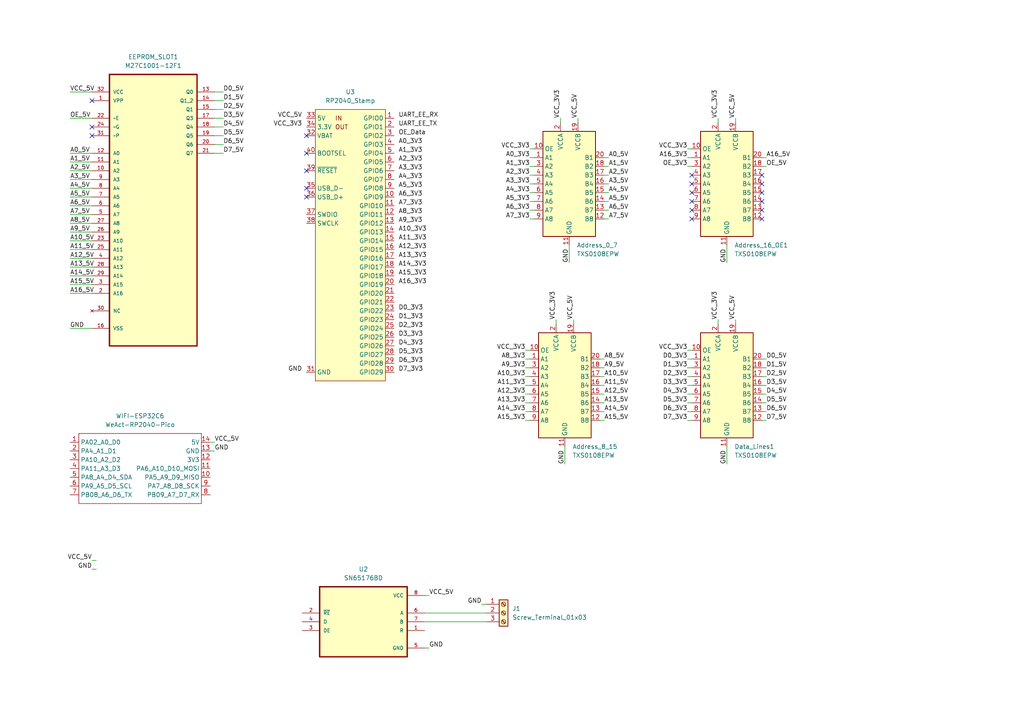
<source format=kicad_sch>
(kicad_sch (version 20231120) (generator "eeschema") (generator_version "8.0")
  (paper "A4")
  (lib_symbols
    (symbol "Connector:Screw_Terminal_01x03" (pin_names (offset 1.016) hide)
      (property "Reference" "J" (at 0 5.08 0))
      (property "Value" "Screw_Terminal_01x03" (at 0 -5.08 0))
      (symbol "Screw_Terminal_01x03_1_1"
        (rectangle (start -1.27 3.81) (end 1.27 -3.81) (stroke (width 0.254)) (fill (type background)))
        (circle (center 0 -2.54) (radius 0.635) (stroke (width 0.1524)))
        (polyline (pts (xy -0.5334 -2.2098) (xy 0.3302 -3.048)) (stroke (width 0.1524)))
        (polyline (pts (xy -0.5334 0.3302) (xy 0.3302 -0.508)) (stroke (width 0.1524)))
        (polyline (pts (xy -0.5334 2.8702) (xy 0.3302 2.032)) (stroke (width 0.1524)))
        (polyline (pts (xy -0.3556 -2.032) (xy 0.508 -2.8702)) (stroke (width 0.1524)))
        (polyline (pts (xy -0.3556 0.508) (xy 0.508 -0.3302)) (stroke (width 0.1524)))
        (polyline (pts (xy -0.3556 3.048) (xy 0.508 2.2098)) (stroke (width 0.1524)))
        (circle (center 0 0) (radius 0.635) (stroke (width 0.1524)))
        (circle (center 0 2.54) (radius 0.635) (stroke (width 0.1524)))
        (pin passive line (at -5.08 2.54 0) (length 3.81) (name "Pin_1") (number "1"))
        (pin passive line (at -5.08 0 0) (length 3.81) (name "Pin_2") (number "2"))
        (pin passive line (at -5.08 -2.54 0) (length 3.81) (name "Pin_3") (number "3"))
      )
    )
    (symbol "Logic_LevelTranslator:TXS0108EPW"
      (property "Reference" "U" (at -6.35 16.51 0))
      (property "Value" "TXS0108EPW" (at 3.81 16.51 0))
      (symbol "TXS0108EPW_0_1"
        (rectangle (start -7.62 15.24) (end 7.62 -15.24) (stroke (width 0.254)) (fill (type background)))
      )
      (symbol "TXS0108EPW_1_1"
        (pin bidirectional line (at -10.16 7.62 0) (length 2.54) (name "A1") (number "1"))
        (pin input line (at -10.16 10.16 0) (length 2.54) (name "OE") (number "10"))
        (pin power_in line (at 0 -17.78 90) (length 2.54) (name "GND") (number "11"))
        (pin bidirectional line (at 10.16 -10.16 180) (length 2.54) (name "B8") (number "12"))
        (pin bidirectional line (at 10.16 -7.62 180) (length 2.54) (name "B7") (number "13"))
        (pin bidirectional line (at 10.16 -5.08 180) (length 2.54) (name "B6") (number "14"))
        (pin bidirectional line (at 10.16 -2.54 180) (length 2.54) (name "B5") (number "15"))
        (pin bidirectional line (at 10.16 0 180) (length 2.54) (name "B4") (number "16"))
        (pin bidirectional line (at 10.16 2.54 180) (length 2.54) (name "B3") (number "17"))
        (pin bidirectional line (at 10.16 5.08 180) (length 2.54) (name "B2") (number "18"))
        (pin power_in line (at 2.54 17.78 270) (length 2.54) (name "VCCB") (number "19"))
        (pin power_in line (at -2.54 17.78 270) (length 2.54) (name "VCCA") (number "2"))
        (pin bidirectional line (at 10.16 7.62 180) (length 2.54) (name "B1") (number "20"))
        (pin bidirectional line (at -10.16 5.08 0) (length 2.54) (name "A2") (number "3"))
        (pin bidirectional line (at -10.16 2.54 0) (length 2.54) (name "A3") (number "4"))
        (pin bidirectional line (at -10.16 0 0) (length 2.54) (name "A4") (number "5"))
        (pin bidirectional line (at -10.16 -2.54 0) (length 2.54) (name "A5") (number "6"))
        (pin bidirectional line (at -10.16 -5.08 0) (length 2.54) (name "A6") (number "7"))
        (pin bidirectional line (at -10.16 -7.62 0) (length 2.54) (name "A7") (number "8"))
        (pin bidirectional line (at -10.16 -10.16 0) (length 2.54) (name "A8") (number "9"))
      )
    )
    (symbol "M27C1001-12F1:M27C1001-12F1" (pin_names (offset 1.016))
      (property "Reference" "U" (at -5.5212 37.0964 0))
      (property "Value" "M27C1001-12F1" (at -4.3731 -46.6297 0))
      (symbol "M27C1001-12F1_0_0"
        (rectangle (start -12.7 -43.18) (end 12.7 35.56) (stroke (width 0.4064)) (fill (type background)))
        (pin power_in line (at -17.78 27.94 0) (length 5.08) (name "VPP") (number "1"))
        (pin input line (at -17.78 7.62 0) (length 5.08) (name "A2") (number "10"))
        (pin input line (at -17.78 10.16 0) (length 5.08) (name "A1") (number "11"))
        (pin input line (at -17.78 12.7 0) (length 5.08) (name "A0") (number "12"))
        (pin output line (at 17.78 30.48 180) (length 5.08) (name "Q0") (number "13"))
        (pin output line (at 17.78 27.94 180) (length 5.08) (name "Q1_2") (number "14"))
        (pin output line (at 17.78 25.4 180) (length 5.08) (name "Q1") (number "15"))
        (pin power_in line (at -17.78 -38.1 0) (length 5.08) (name "VSS") (number "16"))
        (pin output line (at 17.78 22.86 180) (length 5.08) (name "Q3") (number "17"))
        (pin output line (at 17.78 20.32 180) (length 5.08) (name "Q4") (number "18"))
        (pin output line (at 17.78 17.78 180) (length 5.08) (name "Q5") (number "19"))
        (pin input line (at -17.78 -27.94 0) (length 5.08) (name "A16") (number "2"))
        (pin output line (at 17.78 15.24 180) (length 5.08) (name "Q6") (number "20"))
        (pin output line (at 17.78 12.7 180) (length 5.08) (name "Q7") (number "21"))
        (pin input line (at -17.78 22.86 0) (length 5.08) (name "~E") (number "22"))
        (pin input line (at -17.78 -12.7 0) (length 5.08) (name "A10") (number "23"))
        (pin input line (at -17.78 20.32 0) (length 5.08) (name "~G") (number "24"))
        (pin input line (at -17.78 -15.24 0) (length 5.08) (name "A11") (number "25"))
        (pin input line (at -17.78 -10.16 0) (length 5.08) (name "A9") (number "26"))
        (pin input line (at -17.78 -7.62 0) (length 5.08) (name "A8") (number "27"))
        (pin input line (at -17.78 -20.32 0) (length 5.08) (name "A13") (number "28"))
        (pin input line (at -17.78 -22.86 0) (length 5.08) (name "A14") (number "29"))
        (pin input line (at -17.78 -25.4 0) (length 5.08) (name "A15") (number "3"))
        (pin no_connect line (at -17.78 -33.02 0) (length 5.08) (name "NC") (number "30"))
        (pin input line (at -17.78 17.78 0) (length 5.08) (name "~P") (number "31"))
        (pin power_in line (at -17.78 30.48 0) (length 5.08) (name "VCC") (number "32"))
        (pin input line (at -17.78 -17.78 0) (length 5.08) (name "A12") (number "4"))
        (pin input line (at -17.78 -5.08 0) (length 5.08) (name "A7") (number "5"))
        (pin input line (at -17.78 -2.54 0) (length 5.08) (name "A6") (number "6"))
        (pin input line (at -17.78 0 0) (length 5.08) (name "A5") (number "7"))
        (pin input line (at -17.78 2.54 0) (length 5.08) (name "A4") (number "8"))
        (pin input line (at -17.78 5.08 0) (length 5.08) (name "A3") (number "9"))
      )
    )
    (symbol "MOUDLE-SEEEDUINO-XIAO:MOUDLE-SEEEDUINO-XIAO"
      (property "Reference" "U" (at -16.51 11.43 0))
      (property "Value" "MOUDLE-SEEEDUINO-XIAO" (at -3.81 -11.43 0))
      (symbol "MOUDLE-SEEEDUINO-XIAO_0_1"
        (rectangle (start -16.51 10.16) (end 19.05 -10.16))
      )
      (symbol "MOUDLE-SEEEDUINO-XIAO_1_1"
        (pin passive line (at -19.05 7.62 0) (length 2.54) (name "PA02_A0_D0") (number "1"))
        (pin passive line (at 21.59 -2.54 180) (length 2.54) (name "PA5_A9_D9_MISO") (number "10"))
        (pin passive line (at 21.59 0 180) (length 2.54) (name "PA6_A10_D10_MOSI") (number "11"))
        (pin passive line (at 21.59 2.54 180) (length 2.54) (name "3V3") (number "12"))
        (pin passive line (at 21.59 5.08 180) (length 2.54) (name "GND") (number "13"))
        (pin passive line (at 21.59 7.62 180) (length 2.54) (name "5V") (number "14"))
        (pin passive line (at -19.05 5.08 0) (length 2.54) (name "PA4_A1_D1") (number "2"))
        (pin passive line (at -19.05 2.54 0) (length 2.54) (name "PA10_A2_D2") (number "3"))
        (pin passive line (at -19.05 0 0) (length 2.54) (name "PA11_A3_D3") (number "4"))
        (pin passive line (at -19.05 -2.54 0) (length 2.54) (name "PA8_A4_D4_SDA") (number "5"))
        (pin passive line (at -19.05 -5.08 0) (length 2.54) (name "PA9_A5_D5_SCL") (number "6"))
        (pin passive line (at -19.05 -7.62 0) (length 2.54) (name "PB08_A6_D6_TX") (number "7"))
        (pin passive line (at 21.59 -7.62 180) (length 2.54) (name "PB09_A7_D7_RX") (number "8"))
        (pin passive line (at 21.59 -5.08 180) (length 2.54) (name "PA7_A8_D8_SCK") (number "9"))
      )
    )
    (symbol "RP2040_Stamp:RP2040_Stamp"
      (property "Reference" "U" (at 10.16 43.18 0))
      (property "Value" "RP2040_Stamp" (at 0 -38.1 0))
      (symbol "RP2040_Stamp_0_0"
        (text "IN" (at -4.445 39.37 0) (effects (font (size 1.27 1.27)) (justify left)))
        (text "OUT" (at -4.445 36.83 0) (effects (font (size 1.27 1.27)) (justify left)))
        (pin bidirectional line (at 12.7 39.37 180) (length 2.54) (name "GPIO0") (number "1"))
        (pin bidirectional line (at 12.7 16.51 180) (length 2.54) (name "GPIO9") (number "10"))
        (pin bidirectional line (at 12.7 13.97 180) (length 2.54) (name "GPIO10") (number "11"))
        (pin bidirectional line (at 12.7 11.43 180) (length 2.54) (name "GPIO11") (number "12"))
        (pin bidirectional line (at 12.7 8.89 180) (length 2.54) (name "GPIO12") (number "13"))
        (pin bidirectional line (at 12.7 6.35 180) (length 2.54) (name "GPIO13") (number "14"))
        (pin bidirectional line (at 12.7 3.81 180) (length 2.54) (name "GPIO14") (number "15"))
        (pin bidirectional line (at 12.7 1.27 180) (length 2.54) (name "GPIO15") (number "16"))
        (pin bidirectional line (at 12.7 -1.27 180) (length 2.54) (name "GPIO16") (number "17"))
        (pin bidirectional line (at 12.7 -3.81 180) (length 2.54) (name "GPIO17") (number "18"))
        (pin bidirectional line (at 12.7 -6.35 180) (length 2.54) (name "GPIO18") (number "19"))
        (pin bidirectional line (at 12.7 36.83 180) (length 2.54) (name "GPIO1") (number "2"))
        (pin bidirectional line (at 12.7 -8.89 180) (length 2.54) (name "GPIO19") (number "20"))
        (pin bidirectional line (at 12.7 -11.43 180) (length 2.54) (name "GPIO20") (number "21"))
        (pin bidirectional line (at 12.7 -13.97 180) (length 2.54) (name "GPIO21") (number "22"))
        (pin bidirectional line (at 12.7 -16.51 180) (length 2.54) (name "GPIO22") (number "23"))
        (pin bidirectional line (at 12.7 -19.05 180) (length 2.54) (name "GPIO23") (number "24"))
        (pin bidirectional line (at 12.7 -21.59 180) (length 2.54) (name "GPIO24") (number "25"))
        (pin bidirectional line (at 12.7 -24.13 180) (length 2.54) (name "GPIO25") (number "26"))
        (pin bidirectional line (at 12.7 -26.67 180) (length 2.54) (name "GPIO26") (number "27"))
        (pin bidirectional line (at 12.7 -29.21 180) (length 2.54) (name "GPIO27") (number "28"))
        (pin bidirectional line (at 12.7 -31.75 180) (length 2.54) (name "GPIO28") (number "29"))
        (pin bidirectional line (at 12.7 34.29 180) (length 2.54) (name "GPIO2") (number "3"))
        (pin bidirectional line (at 12.7 -34.29 180) (length 2.54) (name "GPIO29") (number "30"))
        (pin power_in line (at -12.7 -34.29 0) (length 2.54) (name "GND") (number "31"))
        (pin power_in line (at -12.7 34.29 0) (length 2.54) (name "VBAT") (number "32"))
        (pin power_in line (at -12.7 39.37 0) (length 2.54) (name "5V") (number "33"))
        (pin power_out line (at -12.7 36.83 0) (length 2.54) (name "3.3V") (number "34"))
        (pin bidirectional line (at -12.7 19.05 0) (length 2.54) (name "USB_D-") (number "35"))
        (pin bidirectional line (at -12.7 16.51 0) (length 2.54) (name "USB_D+") (number "36"))
        (pin bidirectional line (at -12.7 11.43 0) (length 2.54) (name "SWDIO") (number "37"))
        (pin input line (at -12.7 8.89 0) (length 2.54) (name "SWCLK") (number "38"))
        (pin bidirectional line (at -12.7 24.13 0) (length 2.54) (name "~{RESET}") (number "39"))
        (pin bidirectional line (at 12.7 31.75 180) (length 2.54) (name "GPIO3") (number "4"))
        (pin input line (at -12.7 29.21 0) (length 2.54) (name "BOOTSEL") (number "40"))
        (pin bidirectional line (at 12.7 29.21 180) (length 2.54) (name "GPIO4") (number "5"))
        (pin bidirectional line (at 12.7 26.67 180) (length 2.54) (name "GPIO5") (number "6"))
        (pin bidirectional line (at 12.7 24.13 180) (length 2.54) (name "GPIO6") (number "7"))
        (pin bidirectional line (at 12.7 21.59 180) (length 2.54) (name "GPIO7") (number "8"))
        (pin bidirectional line (at 12.7 19.05 180) (length 2.54) (name "GPIO8") (number "9"))
      )
      (symbol "RP2040_Stamp_0_1"
        (rectangle (start -10.16 41.91) (end 10.16 -36.83) (stroke (width 0.1524)) (fill (type background)))
      )
    )
    (symbol "SN65176BD:SN65176BD" (pin_names (offset 1.016))
      (property "Reference" "U" (at -12.7 11.16 0))
      (property "Value" "SN65176BD" (at -12.7 -14.16 0))
      (symbol "SN65176BD_0_0"
        (rectangle (start -12.7 -10.16) (end 12.7 10.16) (stroke (width 0.41)) (fill (type background)))
        (pin output line (at 17.78 -2.54 180) (length 5.08) (name "R") (number "1"))
        (pin input line (at -17.78 2.54 0) (length 5.08) (name "~{RE}") (number "2"))
        (pin input line (at -17.78 -2.54 0) (length 5.08) (name "DE") (number "3"))
        (pin input line (at -17.78 0 0) (length 5.08) (name "D") (number "4"))
        (pin power_in line (at 17.78 -7.62 180) (length 5.08) (name "GND") (number "5"))
        (pin output line (at 17.78 2.54 180) (length 5.08) (name "A") (number "6"))
        (pin output line (at 17.78 0 180) (length 5.08) (name "B") (number "7"))
        (pin power_in line (at 17.78 7.62 180) (length 5.08) (name "VCC") (number "8"))
      )
    )
  )
  (no_connect (at 88.9 49.53))
  (no_connect (at 26.67 29.21))
  (no_connect (at 200.66 63.5))
  (no_connect (at 220.98 60.96))
  (no_connect (at 220.98 63.5))
  (no_connect (at 220.98 55.88))
  (no_connect (at 220.98 58.42))
  (no_connect (at 88.9 44.45))
  (no_connect (at 88.9 54.61))
  (no_connect (at 26.67 39.37))
  (no_connect (at 200.66 58.42))
  (no_connect (at 200.66 55.88))
  (no_connect (at 220.98 53.34))
  (no_connect (at 220.98 50.8))
  (no_connect (at 88.9 57.15))
  (no_connect (at 26.67 36.83))
  (no_connect (at 200.66 50.8))
  (no_connect (at 88.9 39.37))
  (no_connect (at 200.66 53.34))
  (no_connect (at 200.66 60.96))
  (wire (pts (xy 152.4 111.76) (xy 153.67 111.76)))
  (wire (pts (xy 20.32 26.67) (xy 26.67 26.67)))
  (wire (pts (xy 199.39 101.6) (xy 200.66 101.6)))
  (wire (pts (xy 20.32 34.29) (xy 26.67 34.29)))
  (wire (pts (xy 152.4 116.84) (xy 153.67 116.84)))
  (wire (pts (xy 152.4 114.3) (xy 153.67 114.3)))
  (wire (pts (xy 213.36 34.29) (xy 213.36 35.56)))
  (wire (pts (xy 153.67 55.88) (xy 154.94 55.88)))
  (wire (pts (xy 20.32 82.55) (xy 26.67 82.55)))
  (wire (pts (xy 123.19 172.72) (xy 124.46 172.72)))
  (wire (pts (xy 199.39 106.68) (xy 200.66 106.68)))
  (wire (pts (xy 20.32 95.25) (xy 26.67 95.25)))
  (wire (pts (xy 20.32 85.09) (xy 26.67 85.09)))
  (wire (pts (xy 220.98 109.22) (xy 222.25 109.22)))
  (wire (pts (xy 20.32 57.15) (xy 26.67 57.15)))
  (wire (pts (xy 175.26 55.88) (xy 176.53 55.88)))
  (wire (pts (xy 167.64 34.29) (xy 167.64 35.56)))
  (wire (pts (xy 139.7 175.26) (xy 140.97 175.26)))
  (wire (pts (xy 152.4 104.14) (xy 153.67 104.14)))
  (wire (pts (xy 220.98 106.68) (xy 222.25 106.68)))
  (wire (pts (xy 163.83 129.54) (xy 163.83 134.62)))
  (wire (pts (xy 175.26 53.34) (xy 176.53 53.34)))
  (wire (pts (xy 60.96 128.27) (xy 62.23 128.27)))
  (wire (pts (xy 62.23 39.37) (xy 64.77 39.37)))
  (wire (pts (xy 173.99 106.68) (xy 175.26 106.68)))
  (wire (pts (xy 123.19 180.34) (xy 140.97 180.34)))
  (wire (pts (xy 153.67 60.96) (xy 154.94 60.96)))
  (wire (pts (xy 173.99 109.22) (xy 175.26 109.22)))
  (wire (pts (xy 26.67 165.1) (xy 27.94 165.1)))
  (wire (pts (xy 210.82 129.54) (xy 210.82 134.62)))
  (wire (pts (xy 20.32 59.69) (xy 26.67 59.69)))
  (wire (pts (xy 152.4 106.68) (xy 153.67 106.68)))
  (wire (pts (xy 220.98 119.38) (xy 222.25 119.38)))
  (wire (pts (xy 20.32 69.85) (xy 26.67 69.85)))
  (wire (pts (xy 20.32 80.01) (xy 26.67 80.01)))
  (wire (pts (xy 166.37 92.71) (xy 166.37 93.98)))
  (wire (pts (xy 20.32 74.93) (xy 26.67 74.93)))
  (wire (pts (xy 152.4 121.92) (xy 153.67 121.92)))
  (wire (pts (xy 20.32 49.53) (xy 26.67 49.53)))
  (wire (pts (xy 162.56 34.29) (xy 162.56 35.56)))
  (wire (pts (xy 173.99 116.84) (xy 175.26 116.84)))
  (wire (pts (xy 175.26 50.8) (xy 176.53 50.8)))
  (wire (pts (xy 220.98 45.72) (xy 222.25 45.72)))
  (wire (pts (xy 220.98 48.26) (xy 222.25 48.26)))
  (wire (pts (xy 152.4 101.6) (xy 153.67 101.6)))
  (wire (pts (xy 20.32 64.77) (xy 26.67 64.77)))
  (wire (pts (xy 175.26 48.26) (xy 176.53 48.26)))
  (wire (pts (xy 20.32 44.45) (xy 26.67 44.45)))
  (wire (pts (xy 175.26 58.42) (xy 176.53 58.42)))
  (wire (pts (xy 153.67 45.72) (xy 154.94 45.72)))
  (wire (pts (xy 161.29 92.71) (xy 161.29 93.98)))
  (wire (pts (xy 199.39 109.22) (xy 200.66 109.22)))
  (wire (pts (xy 26.67 162.56) (xy 27.94 162.56)))
  (wire (pts (xy 153.67 58.42) (xy 154.94 58.42)))
  (wire (pts (xy 199.39 48.26) (xy 200.66 48.26)))
  (wire (pts (xy 220.98 121.92) (xy 222.25 121.92)))
  (wire (pts (xy 175.26 45.72) (xy 176.53 45.72)))
  (wire (pts (xy 175.26 63.5) (xy 176.53 63.5)))
  (wire (pts (xy 62.23 31.75) (xy 64.77 31.75)))
  (wire (pts (xy 152.4 119.38) (xy 153.67 119.38)))
  (wire (pts (xy 62.23 44.45) (xy 64.77 44.45)))
  (wire (pts (xy 199.39 104.14) (xy 200.66 104.14)))
  (wire (pts (xy 213.36 92.71) (xy 213.36 93.98)))
  (wire (pts (xy 173.99 121.92) (xy 175.26 121.92)))
  (wire (pts (xy 152.4 109.22) (xy 153.67 109.22)))
  (wire (pts (xy 62.23 29.21) (xy 64.77 29.21)))
  (wire (pts (xy 153.67 53.34) (xy 154.94 53.34)))
  (wire (pts (xy 62.23 34.29) (xy 64.77 34.29)))
  (wire (pts (xy 20.32 77.47) (xy 26.67 77.47)))
  (wire (pts (xy 199.39 43.18) (xy 200.66 43.18)))
  (wire (pts (xy 175.26 60.96) (xy 176.53 60.96)))
  (wire (pts (xy 62.23 26.67) (xy 64.77 26.67)))
  (wire (pts (xy 153.67 50.8) (xy 154.94 50.8)))
  (wire (pts (xy 123.19 177.8) (xy 140.97 177.8)))
  (wire (pts (xy 208.28 92.71) (xy 208.28 93.98)))
  (wire (pts (xy 199.39 116.84) (xy 200.66 116.84)))
  (wire (pts (xy 199.39 119.38) (xy 200.66 119.38)))
  (wire (pts (xy 60.96 130.81) (xy 62.23 130.81)))
  (wire (pts (xy 173.99 111.76) (xy 175.26 111.76)))
  (wire (pts (xy 173.99 104.14) (xy 175.26 104.14)))
  (wire (pts (xy 220.98 114.3) (xy 222.25 114.3)))
  (wire (pts (xy 20.32 52.07) (xy 26.67 52.07)))
  (wire (pts (xy 62.23 41.91) (xy 64.77 41.91)))
  (wire (pts (xy 173.99 119.38) (xy 175.26 119.38)))
  (wire (pts (xy 153.67 43.18) (xy 154.94 43.18)))
  (wire (pts (xy 153.67 63.5) (xy 154.94 63.5)))
  (wire (pts (xy 220.98 111.76) (xy 222.25 111.76)))
  (wire (pts (xy 199.39 111.76) (xy 200.66 111.76)))
  (wire (pts (xy 62.23 36.83) (xy 64.77 36.83)))
  (wire (pts (xy 20.32 62.23) (xy 26.67 62.23)))
  (wire (pts (xy 208.28 34.29) (xy 208.28 35.56)))
  (wire (pts (xy 123.19 187.96) (xy 124.46 187.96)))
  (wire (pts (xy 20.32 46.99) (xy 26.67 46.99)))
  (wire (pts (xy 20.32 54.61) (xy 26.67 54.61)))
  (wire (pts (xy 199.39 114.3) (xy 200.66 114.3)))
  (wire (pts (xy 173.99 114.3) (xy 175.26 114.3)))
  (wire (pts (xy 199.39 45.72) (xy 200.66 45.72)))
  (wire (pts (xy 20.32 72.39) (xy 26.67 72.39)))
  (wire (pts (xy 210.82 71.12) (xy 210.82 76.2)))
  (wire (pts (xy 165.1 71.12) (xy 165.1 76.2)))
  (wire (pts (xy 220.98 116.84) (xy 222.25 116.84)))
  (wire (pts (xy 220.98 104.14) (xy 222.25 104.14)))
  (wire (pts (xy 20.32 67.31) (xy 26.67 67.31)))
  (wire (pts (xy 199.39 121.92) (xy 200.66 121.92)))
  (wire (pts (xy 153.67 48.26) (xy 154.94 48.26)))
  (label "A13_5V" (at 20.32 77.47 0))
  (label "D1_3V3" (at 199.39 106.68 180))
  (label "A3_3V3" (at 153.67 53.34 180))
  (label "A16_5V" (at 20.32 85.09 0))
  (label "D7_5V" (at 64.77 44.45 0))
  (label "D4_5V" (at 222.25 114.3 0))
  (label "D7_3V3" (at 199.39 121.92 180))
  (label "A10_5V" (at 20.32 69.85 0))
  (label "D3_5V" (at 222.25 111.76 0))
  (label "VCC_5V" (at 167.64 34.29 90))
  (label "A16_3V3" (at 115.57 82.55 0))
  (label "GND" (at 165.1 76.2 90))
  (label "OE_3V3" (at 199.39 48.26 180))
  (label "VCC_5V" (at 213.36 34.29 90))
  (label "A15_3V3" (at 152.4 121.92 180))
  (label "OE_5V" (at 20.32 34.29 0))
  (label "A14_3V3" (at 152.4 119.38 180))
  (label "D6_5V" (at 64.77 41.91 0))
  (label "A0_3V3" (at 115.57 41.91 0))
  (label "GND" (at 26.67 165.1 180))
  (label "A11_3V3" (at 115.57 69.85 0))
  (label "A1_5V" (at 20.32 46.99 0))
  (label "A11_5V" (at 20.32 72.39 0))
  (label "D5_3V3" (at 199.39 116.84 180))
  (label "OE_5V" (at 222.25 48.26 0))
  (label "A8_3V3" (at 152.4 104.14 180))
  (label "A9_5V" (at 175.26 106.68 0))
  (label "A4_3V3" (at 153.67 55.88 180))
  (label "D3_3V3" (at 115.57 97.79 0))
  (label "A4_3V3" (at 115.57 52.07 0))
  (label "A10_5V" (at 175.26 109.22 0))
  (label "VCC_5V" (at 26.67 162.56 180))
  (label "D6_3V3" (at 115.57 105.41 0))
  (label "D4_5V" (at 64.77 36.83 0))
  (label "D5_5V" (at 222.25 116.84 0))
  (label "A1_5V" (at 176.53 48.26 0))
  (label "A13_3V3" (at 115.57 74.93 0))
  (label "A12_5V" (at 20.32 74.93 0))
  (label "A0_3V3" (at 153.67 45.72 180))
  (label "A2_5V" (at 20.32 49.53 0))
  (label "D1_3V3" (at 115.57 92.71 0))
  (label "D0_3V3" (at 199.39 104.14 180))
  (label "VCC_3V3" (at 208.28 92.71 90))
  (label "A10_3V3" (at 115.57 67.31 0))
  (label "A15_3V3" (at 115.57 80.01 0))
  (label "VCC_5V" (at 87.63 34.29 180))
  (label "VCC_3V3" (at 161.29 92.71 90))
  (label "A6_3V3" (at 115.57 57.15 0))
  (label "GND" (at 20.32 95.25 0))
  (label "GND" (at 62.23 130.81 0))
  (label "A14_5V" (at 175.26 119.38 0))
  (label "A8_5V" (at 175.26 104.14 0))
  (label "D3_5V" (at 64.77 34.29 0))
  (label "A12_3V3" (at 152.4 114.3 180))
  (label "A7_5V" (at 176.53 63.5 0))
  (label "A11_5V" (at 175.26 111.76 0))
  (label "A4_5V" (at 176.53 55.88 0))
  (label "A9_5V" (at 20.32 67.31 0))
  (label "VCC_3V3" (at 152.4 101.6 180))
  (label "D2_3V3" (at 115.57 95.25 0))
  (label "D5_3V3" (at 115.57 102.87 0))
  (label "D2_3V3" (at 199.39 109.22 180))
  (label "A5_3V3" (at 153.67 58.42 180))
  (label "VCC_5V" (at 20.32 26.67 0))
  (label "A16_5V" (at 222.25 45.72 0))
  (label "GND" (at 210.82 76.2 90))
  (label "A3_3V3" (at 115.57 49.53 0))
  (label "A0_5V" (at 176.53 45.72 0))
  (label "D1_5V" (at 222.25 106.68 0))
  (label "A7_3V3" (at 115.57 59.69 0))
  (label "VCC_5V" (at 213.36 92.71 90))
  (label "A1_3V3" (at 115.57 44.45 0))
  (label "A15_5V" (at 20.32 82.55 0))
  (label "UART_EE_TX" (at 115.57 36.83 0))
  (label "UART_EE_RX" (at 115.57 34.29 0))
  (label "GND" (at 163.83 134.62 90))
  (label "A2_3V3" (at 153.67 50.8 180))
  (label "GND" (at 139.7 175.26 180))
  (label "D4_3V3" (at 115.57 100.33 0))
  (label "D6_5V" (at 222.25 119.38 0))
  (label "A1_3V3" (at 153.67 48.26 180))
  (label "D0_5V" (at 222.25 104.14 0))
  (label "D7_5V" (at 222.25 121.92 0))
  (label "D2_5V" (at 222.25 109.22 0))
  (label "D5_5V" (at 64.77 39.37 0))
  (label "GND" (at 210.82 134.62 90))
  (label "A0_5V" (at 20.32 44.45 0))
  (label "A2_3V3" (at 115.57 46.99 0))
  (label "OE_Data" (at 115.57 39.37 0))
  (label "D0_3V3" (at 115.57 90.17 0))
  (label "VCC_3V3" (at 162.56 34.29 90))
  (label "A15_5V" (at 175.26 121.92 0))
  (label "VCC_3V3" (at 208.28 34.29 90))
  (label "A13_5V" (at 175.26 116.84 0))
  (label "A12_5V" (at 175.26 114.3 0))
  (label "A6_5V" (at 176.53 60.96 0))
  (label "A11_3V3" (at 152.4 111.76 180))
  (label "A14_5V" (at 20.32 80.01 0))
  (label "D4_3V3" (at 199.39 114.3 180))
  (label "VCC_3V3" (at 87.63 36.83 180))
  (label "A14_3V3" (at 115.57 77.47 0))
  (label "VCC_5V" (at 62.23 128.27 0))
  (label "VCC_5V" (at 166.37 92.71 90))
  (label "GND" (at 124.46 187.96 0))
  (label "GND" (at 87.63 107.95 180))
  (label "D6_3V3" (at 199.39 119.38 180))
  (label "D3_3V3" (at 199.39 111.76 180))
  (label "D0_5V" (at 64.77 26.67 0))
  (label "A5_5V" (at 176.53 58.42 0))
  (label "A6_5V" (at 20.32 59.69 0))
  (label "A7_3V3" (at 153.67 63.5 180))
  (label "A9_3V3" (at 152.4 106.68 180))
  (label "A12_3V3" (at 115.57 72.39 0))
  (label "A6_3V3" (at 153.67 60.96 180))
  (label "A9_3V3" (at 115.57 64.77 0))
  (label "A10_3V3" (at 152.4 109.22 180))
  (label "A5_3V3" (at 115.57 54.61 0))
  (label "A16_3V3" (at 199.39 45.72 180))
  (label "A4_5V" (at 20.32 54.61 0))
  (label "A13_3V3" (at 152.4 116.84 180))
  (label "A8_5V" (at 20.32 64.77 0))
  (label "VCC_3V3" (at 153.67 43.18 180))
  (label "A2_5V" (at 176.53 50.8 0))
  (label "D7_3V3" (at 115.57 107.95 0))
  (label "VCC_5V" (at 124.46 172.72 0))
  (label "A3_5V" (at 20.32 52.07 0))
  (label "A3_5V" (at 176.53 53.34 0))
  (label "A8_3V3" (at 115.57 62.23 0))
  (label "VCC_3V3" (at 199.39 101.6 180))
  (label "A5_5V" (at 20.32 57.15 0))
  (label "VCC_3V3" (at 199.39 43.18 180))
  (label "D2_5V" (at 64.77 31.75 0))
  (label "D1_5V" (at 64.77 29.21 0))
  (label "A7_5V" (at 20.32 62.23 0))
  (symbol (lib_id "Logic_LevelTranslator:TXS0108EPW") (at 163.83 111.76 0) (unit 1)
    (property "Reference" "Address_8_15" (at 166.0241 129.54 0) (effects (justify left)))
    (property "Value" "TXS0108EPW" (at 166.0241 132.08 0) (effects (justify left)))
    (property "Footprint" "Package_SO:TSSOP-20_4.4x6.5mm_P0.65mm" (effects (hide yes)))
    (property "Datasheet" "www.ti.com/lit/ds/symlink/txs0108e.pdf" (effects (hide yes)))
    (property "Description" "Bidirectional  level-shifting voltage translator, TSSOP-20" (effects (hide yes)))
  )
  (symbol (lib_id "M27C1001-12F1:M27C1001-12F1") (at 44.45 57.15 0) (unit 1)
    (property "Reference" "EEPROM_SLOT1" (at 44.45 16.51 0))
    (property "Value" "M27C1001-12F1" (at 44.45 19.05 0))
    (property "Footprint" "M27C1001-12F1:DIP254P1524X572-32" (effects (hide yes)))
    (property "MF" "STMicroelectronics" (effects (hide yes)))
    (property "Description_1" "\nEPROM - UV Memory IC 1Mb (128K x 8) Parallel 120 ns 32-CDIP Frit Seal with Window\n" (effects (hide yes)))
    (property "PACKAGE" "DIP-32" (effects (hide yes)))
    (property "MPN" "M27C1001-12F1" (effects (hide yes)))
    (property "Price" "None" (effects (hide yes)))
    (property "Package" "CDIP-32 STMicroelectronics" (effects (hide yes)))
    (property "OC_FARNELL" "1132006" (effects (hide yes)))
    (property "SnapEDA_Link" "https://www.snapeda.com/parts/M27C1001-12F1/STMicroelectronics/view-part/?ref=snap" (effects (hide yes)))
    (property "MP" "M27C1001-12F1" (effects (hide yes)))
    (property "SUPPLIER" "STMICROELECTRONICS" (effects (hide yes)))
    (property "OC_NEWARK" "93K7332" (effects (hide yes)))
    (property "Availability" "In Stock" (effects (hide yes)))
    (property "Check_prices" "https://www.snapeda.com/parts/M27C1001-12F1/STMicroelectronics/view-part/?ref=eda" (effects (hide yes)))
  )
  (symbol (lib_id "Logic_LevelTranslator:TXS0108EPW") (at 210.82 111.76 0) (unit 1)
    (property "Reference" "Data_Lines1" (at 213.0141 129.54 0) (effects (justify left)))
    (property "Value" "TXS0108EPW" (at 213.0141 132.08 0) (effects (justify left)))
    (property "Footprint" "Package_SO:TSSOP-20_4.4x6.5mm_P0.65mm" (effects (hide yes)))
    (property "Datasheet" "www.ti.com/lit/ds/symlink/txs0108e.pdf" (effects (hide yes)))
    (property "Description" "Bidirectional  level-shifting voltage translator, TSSOP-20" (effects (hide yes)))
  )
  (symbol (lib_id "Logic_LevelTranslator:TXS0108EPW") (at 210.82 53.34 0) (unit 1)
    (property "Reference" "Address_16_OE1" (at 213.0141 71.12 0) (effects (justify left)))
    (property "Value" "TXS0108EPW" (at 213.0141 73.66 0) (effects (justify left)))
    (property "Footprint" "Package_SO:TSSOP-20_4.4x6.5mm_P0.65mm" (effects (hide yes)))
    (property "Datasheet" "www.ti.com/lit/ds/symlink/txs0108e.pdf" (effects (hide yes)))
    (property "Description" "Bidirectional  level-shifting voltage translator, TSSOP-20" (effects (hide yes)))
  )
  (symbol (lib_id "MOUDLE-SEEEDUINO-XIAO:MOUDLE-SEEEDUINO-XIAO") (at 39.37 135.89 0) (unit 1)
    (property "Reference" "WIFI-ESP32C6" (at 40.64 120.65 0))
    (property "Value" "WeAct-RP2040-Pico" (at 40.64 123.19 0))
    (property "Footprint" "XIAO_PCB:MOUDLE14P-SMD-2.54-21X17.8MM" (effects (hide yes)))
  )
  (symbol (lib_id "SN65176BD:SN65176BD") (at 105.41 180.34 0) (unit 1)
    (property "Reference" "U2" (at 105.41 165.1 0))
    (property "Value" "SN65176BD" (at 105.41 167.64 0))
    (property "Footprint" "SN65176BD:SOIC127P599X175-8N" (effects (hide yes)))
    (property "MF" "Texas Instruments" (effects (hide yes)))
    (property "Description_1" "\nDifferential Bus Transceiver\n" (effects (hide yes)))
    (property "Package" "SOIC-8 Texas Instruments" (effects (hide yes)))
    (property "Price" "None" (effects (hide yes)))
    (property "SnapEDA_Link" "https://www.snapeda.com/parts/SN65176BD/Texas+Instruments/view-part/?ref=snap" (effects (hide yes)))
    (property "MP" "SN65176BD" (effects (hide yes)))
    (property "Purchase-URL" "https://www.snapeda.com/api/url_track_click_mouser/?unipart_id=47952&manufacturer=Texas Instruments&part_name=SN65176BD&search_term=sn65176b" (effects (hide yes)))
    (property "Availability" "In Stock" (effects (hide yes)))
    (property "Check_prices" "https://www.snapeda.com/parts/SN65176BD/Texas+Instruments/view-part/?ref=eda" (effects (hide yes)))
  )
  (symbol (lib_id "Connector:Screw_Terminal_01x03") (at 146.05 177.8 0) (unit 1)
    (property "Reference" "J1" (at 148.59 176.5299 0) (effects (justify left)))
    (property "Value" "Screw_Terminal_01x03" (at 148.59 179.0699 0) (effects (justify left)))
    (property "Footprint" "TerminalBlock:TerminalBlock_Xinya_XY308-2.54-3P_1x03_P2.54mm_Horizontal" (effects (hide yes)))
    (property "Description" "Generic screw terminal, single row, 01x03, script generated (kicad-library-utils/schlib/autogen/connector/)" (effects (hide yes)))
  )
  (symbol (lib_id "Logic_LevelTranslator:TXS0108EPW") (at 165.1 53.34 0) (unit 1)
    (property "Reference" "Address_0_7" (at 167.2941 71.12 0) (effects (justify left)))
    (property "Value" "TXS0108EPW" (at 167.2941 73.66 0) (effects (justify left)))
    (property "Footprint" "Package_SO:TSSOP-20_4.4x6.5mm_P0.65mm" (effects (hide yes)))
    (property "Datasheet" "www.ti.com/lit/ds/symlink/txs0108e.pdf" (effects (hide yes)))
    (property "Description" "Bidirectional  level-shifting voltage translator, TSSOP-20" (effects (hide yes)))
  )
  (symbol (lib_id "RP2040_Stamp:RP2040_Stamp") (at 101.6 73.66 0) (unit 1)
    (property "Reference" "U3" (at 101.6 26.67 0))
    (property "Value" "RP2040_Stamp" (at 101.6 29.21 0))
    (property "Footprint" "RP2040_Stamp:RP2040_Stamp_SMD" (effects (hide yes)))
  )
)
</source>
